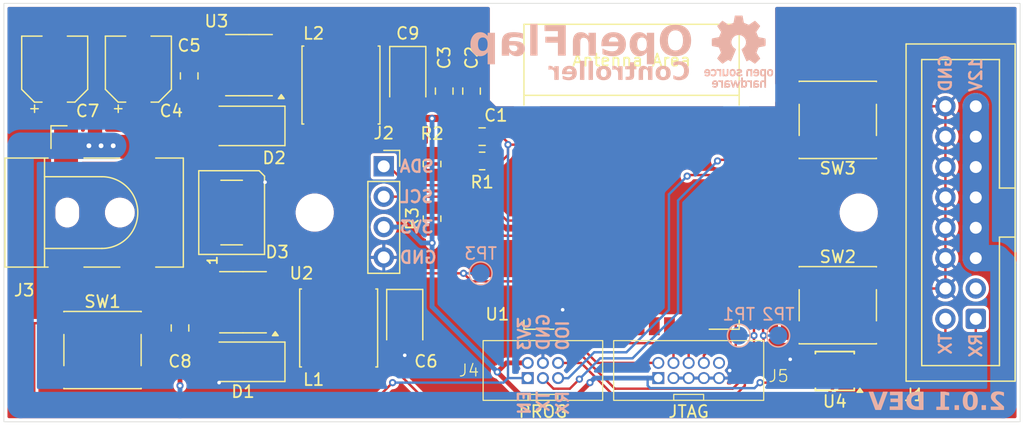
<source format=kicad_pcb>
(kicad_pcb (version 20240108) (generator "pcbnew") (generator_version "8.0")
  (title_block (title "Controller") (date "${DATE}") (rev "2.0.1 DEV") (company "OpenFlap") (comment 1 "${GIT_TAG}") (comment 2 "Repo: github.com/ToonVanEyck/OpenFlap") (comment 3 "Designer: Toon Van Eyck"))
  (layers (0 "F.Cu" signal) (31 "B.Cu" signal) (34 "B.Paste" user) (35 "F.Paste" user) (36 "B.SilkS" user "B.Silkscreen") (37 "F.SilkS" user "F.Silkscreen") (38 "B.Mask" user) (39 "F.Mask" user) (44 "Edge.Cuts" user))
  (net 0 "")
  (net 1 "/EN")
  (net 2 "GND")
  (net 3 "+3V3")
  (net 4 "+12V")
  (net 5 "+5V")
  (net 6 "Net-(D1-K)")
  (net 7 "Net-(D2-K)")
  (net 8 "/UART1_RX")
  (net 10 "/UART1_TX")
  (net 12 "/IO0")
  (net 13 "/UART0_RX")
  (net 14 "/UART0_TX")
  (net 16 "/TCK")
  (net 17 "/TDO")
  (net 18 "/TDI")
  (net 19 "/TMS")
  (net 20 "/SCL")
  (net 21 "/WLED")
  (net 22 "/SDA")
  (net 24 "/UART1_RX_M")
  (net 25 "/UART1_TX_M")
  (net 26 "/BTN1")
  (net 27 "/BTN2")
  (footprint "Capacitor_SMD:CP_Elec_5x5.4" (layer "F.Cu") (at 85.84 86.35 90)
    (property "Reference" "C4")
    (property "Value" "22uF")
  )
  (footprint "Capacitor_SMD:C_0805_2012Metric" (layer "F.Cu") (at 89.322 108.002 90)
    (property "Reference" "C8")
    (property "Value" "100nF")
  )
  (footprint "BoxHeader:2x05 Box Header 1.27" (layer "F.Cu") (at 131.867 111.558 90)
    (property "Reference" "J5")
    (property "Value" "JTAG")
  )
  (footprint "Diode_SMD:D_SMA" (layer "F.Cu") (at 94.59 91.1 180)
    (property "Reference" "D2")
    (property "Value" "SS210")
  )
  (footprint "Capacitor_SMD:C_0805_2012Metric" (layer "F.Cu") (at 113.706 88.19 90)
    (property "Reference" "C2")
    (property "Value" "10uF")
  )
  (footprint "Package_SO:SOIC-8_3.9x4.9mm_P1.27mm" (layer "F.Cu") (at 95.09 86.02 180)
    (property "Reference" "U3")
    (property "Value" "XL1509-3.3")
  )
  (footprint "Resistor_SMD:R_0805_2012Metric" (layer "F.Cu") (at 110.404 94.286 -90)
    (property "Reference" "R2")
    (property "Value" "10K")
  )
  (footprint "Button_Switch_SMD:SW_SPST_PTS645" (layer "F.Cu") (at 144.34 90.6 180)
    (property "Reference" "SW3")
    (property "Value" "BTN1")
  )
  (footprint "LED_SMD:LED_WS2812B_PLCC4_5.0x5.0mm_P3.2mm" (layer "F.Cu") (at 93.64 98.35 90)
    (property "Reference" "D3")
    (property "Value" "WS2812B")
  )
  (footprint "Package_SO:SOIC-8_3.9x4.9mm_P1.27mm" (layer "F.Cu") (at 94.59 105.85 180)
    (property "Reference" "U2")
    (property "Value" "XL1509-5.0")
  )
  (footprint "MountingHole:MountingHole_2.7mm_M2.5" (layer "F.Cu") (at 100.59 98.35)
    (property "Reference" "H1" (hide yes))
    (property "Value" "MountingHole")
  )
  (footprint "Capacitor_SMD:CP_Elec_5x5.4" (layer "F.Cu") (at 78.84 86.35 90)
    (property "Reference" "C7")
    (property "Value" "22uF")
  )
  (footprint "MountingHole:MountingHole_2.7mm_M2.5" (layer "F.Cu") (at 146.09 98.35)
    (property "Reference" "H2" (hide yes))
    (property "Value" "MountingHole")
  )
  (footprint "Resistor_SMD:R_0805_2012Metric" (layer "F.Cu") (at 110.404 98.858 90)
    (property "Reference" "R3")
    (property "Value" "10K")
  )
  (footprint "Connector_BarrelJack:BarrelJack_CLIFF_FC681465S_SMT_Horizontal" (layer "F.Cu") (at 82.79 98.35)
    (property "Reference" "J3")
    (property "Value" "Barrel_Jack_Switch")
  )
  (footprint "Capacitor_Tantalum_SMD:CP_EIA-3528-21_Kemet-B" (layer "F.Cu") (at 108.118 107.24 -90)
    (property "Reference" "C6")
    (property "Value" "100uF")
  )
  (footprint "Button_Switch_SMD:SW_SPST_PTS645" (layer "F.Cu") (at 82.84 109.85)
    (property "Reference" "SW1")
    (property "Value" "RESET")
  )
  (footprint "Capacitor_SMD:C_0805_2012Metric" (layer "F.Cu") (at 90.09 86.92 90)
    (property "Reference" "C5")
    (property "Value" "100nF")
  )
  (footprint "Inductor_SMD:L_Sunlord_SWPA6045S" (layer "F.Cu") (at 102.784 87.682 90)
    (property "Reference" "L2")
    (property "Value" "47uH")
  )
  (footprint "Button_Switch_SMD:SW_SPST_PTS645" (layer "F.Cu") (at 144.34 106.1)
    (property "Reference" "SW2")
    (property "Value" "BTN1")
  )
  (footprint "Capacitor_SMD:C_0805_2012Metric" (layer "F.Cu") (at 114.59 92)
    (property "Reference" "C1")
    (property "Value" "100nF")
  )
  (footprint "Connector_PinSocket_2.54mm:PinSocket_1x04_P2.54mm_Vertical" (layer "F.Cu") (at 106.365 94.48)
    (property "Reference" "J2")
    (property "Value" "Display")
  )
  (footprint "Connector_IDC:IDC-Header_2x08_P2.54mm_Vertical" (layer "F.Cu") (at 155.88 107.24 180)
    (property "Reference" "J1")
    (property "Value" "To Display")
  )
  (footprint "Package_SO:TSSOP-8_3x3mm_P0.65mm" (layer "F.Cu") (at 144.09 111.6 180)
    (property "Reference" "U4")
    (property "Value" "RS0102YH8")
  )
  (footprint "BoxHeader:2x03 Box Header 1.27" (layer "F.Cu") (at 119.675 111.558 90)
    (property "Reference" "J4")
    (property "Value" "Program")
  )
  (footprint "Capacitor_SMD:C_0805_2012Metric" (layer "F.Cu") (at 111.42 88.19 90)
    (property "Reference" "C3")
    (property "Value" "100nF")
  )
  (footprint "Resistor_SMD:R_0805_2012Metric" (layer "F.Cu") (at 114.59 94.032 180)
    (property "Reference" "R1")
    (property "Value" "10K")
  )
  (footprint "PCM_Espressif:ESP32-WROOM-32E" (layer "F.Cu") (at 127.09 97.105)
    (property "Reference" "U1")
    (property "Value" "ESP32-WROOM-E")
  )
  (footprint "Diode_SMD:D_SMA" (layer "F.Cu") (at 94.59 110.83 180)
    (property "Reference" "D1")
    (property "Value" "SS210")
  )
  (footprint "Inductor_SMD:L_Sunlord_SWPA6045S" (layer "F.Cu") (at 102.59 108.002 90)
    (property "Reference" "L1")
    (property "Value" "68uH")
  )
  (footprint "Capacitor_Tantalum_SMD:CP_EIA-3528-21_Kemet-B" (layer "F.Cu") (at 108.372 86.92 -90)
    (property "Reference" "C9")
    (property "Value" "100uF")
  )
  (footprint "TestPoint:TestPoint_Pad_D1.5mm" (layer "B.Cu") (at 114.468 103.43 180)
    (property "Reference" "TP3")
    (property "Value" "~")
  )
  (footprint "TestPoint:TestPoint_Pad_D1.5mm" (layer "B.Cu") (at 139.36 108.637 180)
    (property "Reference" "TP2")
    (property "Value" "~")
  )
  (footprint "TestPoint:TestPoint_Pad_D1.5mm" (layer "B.Cu") (at 136.058 108.637 180)
    (property "Reference" "TP1")
    (property "Value" "~")
  )
  (footprint "Symbol:OSHW-Logo_5.7x6mm_SilkScreen" (layer "B.Cu") (at 136.058 84.888 180)
    (property "Reference" "OSHW_LOGO_1" (hide yes))
    (property "Value" "OSHW-Logo_5.7x6mm_SilkScreen" (hide yes))
  )
  (gr_rect (start 74.59 80.85) (end 159.59 115.85) (stroke (width 0.05)) (fill none) (layer "Edge.Cuts"))
  (gr_text "EN" (at 118.1304 113.15 90) (layer "B.SilkS") (effects (font (size 1 1) (thickness 0.2) (bold yes)) (justify left mirror)))
  (gr_text "GND" (at 153.34 88.35 90) (layer "B.SilkS") (effects (font (size 1 1) (thickness 0.2) (bold yes)) (justify right mirror)))
  (gr_text "SDA" (at 107.59 94.48 0) (layer "B.SilkS") (effects (font (size 1 1) (thickness 0.2) (bold yes)) (justify right mirror)))
  (gr_text "${COMPANY}" (at 132.248 85.65 0) (layer "B.SilkS") (effects (font (size 2.5 2.5) (thickness 0.3) (bold yes)) (justify left bottom mirror)))
  (gr_text "SCL" (at 107.59 97.02 0) (layer "B.SilkS") (effects (font (size 1 1) (thickness 0.2) (bold yes)) (justify right mirror)))
  (gr_text "${TITLE}\n" (at 131.994 87.507061 0) (layer "B.SilkS") (effects (font (size 1.5 1.5) (thickness 0.3) (bold yes)) (justify left bottom mirror)))
  (gr_text "3V3" (at 118.1304 110 90) (layer "B.SilkS") (effects (font (size 1 1) (thickness 0.2) (bold yes)) (justify right mirror)))
  (gr_text "GND" (at 119.7004 110 90) (layer "B.SilkS") (effects (font (size 1 1) (thickness 0.2) (bold yes)) (justify right mirror)))
  (gr_text "RX" (at 155.88 108.35 90) (layer "B.SilkS") (effects (font (size 1 1) (thickness 0.2) (bold yes)) (justify left mirror)))
  (gr_text "12V" (at 155.88 88.35 90) (layer "B.SilkS") (effects (font (size 1 1) (thickness 0.2) (bold yes)) (justify right mirror)))
  (gr_text "IO0" (at 121.3212 110 90) (layer "B.SilkS") (effects (font (size 1 1) (thickness 0.2) (bold yes)) (justify right mirror)))
  (gr_text "3V3" (at 107.59 99.56 0) (layer "B.SilkS") (effects (font (size 1 1) (thickness 0.2) (bold yes)) (justify right mirror)))
  (gr_text "GND" (at 107.59 102.1 0) (layer "B.SilkS") (effects (font (size 1 1) (thickness 0.2) (bold yes)) (justify right mirror)))
  (gr_text "${REVISION}" (at 158.41 115.114 0) (layer "B.SilkS") (effects (font (size 1.5 1.5) (thickness 0.2) (bold yes)) (justify left bottom mirror)))
  (gr_text "TX" (at 153.34 108.35 90) (layer "B.SilkS") (effects (font (size 1 1) (thickness 0.2) (bold yes)) (justify left mirror)))
  (gr_text "TX" (at 119.7004 113.15 90) (layer "B.SilkS") (effects (font (size 1 1) (thickness 0.2) (bold yes)) (justify left mirror)))
  (gr_text "RX" (at 121.3212 113.15 90) (layer "B.SilkS") (effects (font (size 1 1) (thickness 0.2) (bold yes)) (justify left mirror)))
  (gr_text "JTAG" (at 131.867 115 0) (layer "F.SilkS") (effects (font (size 1 1) (thickness 0.15) (bold yes))))
  (gr_text "PROG" (at 119.675 115 0) (layer "F.SilkS") (effects (font (size 1 1) (thickness 0.15) (bold yes))))
  (segment (start 78.865 107.6) (end 77.13 107.6) (width 0.2) (layer "F.Cu") (net 1))
  (segment (start 116.846 92.67) (end 116.754 92.762) (width 0.2) (layer "F.Cu") (net 1))
  (segment (start 118.34 92.67) (end 116.846 92.67) (width 0.2) (layer "F.Cu") (net 1))
  (segment (start 116.246 92) (end 116.754 92.508) (width 0.2) (layer "F.Cu") (net 1))
  (segment (start 77.13 107.6) (end 77.13 113.59) (width 0.2) (layer "F.Cu") (net 1))
  (segment (start 86.815 107.6) (end 86.782 107.633) (width 0.2) (layer "F.Cu") (net 1))
  (segment (start 116.754 92.762) (end 116.754 93.524) (width 0.2) (layer "F.Cu") (net 1))
  (segment (start 94.91 114.098) (end 105.578 114.098) (width 0.2) (layer "F.Cu") (net 1))
  (segment (start 116.754 92.667137) (end 116.754 92.762) (width 0.2) (layer "F.Cu") (net 1))
  (segment (start 116.754 92.508) (end 116.754 92.667137) (width 0.2) (layer "F.Cu") (net 1))
  (segment (start 116.754 93.524) (end 116.246 94.032) (width 0.2) (layer "F.Cu") (net 1))
  (segment (start 77.638 114.098) (end 94.91 114.098) (width 0.2) (layer "F.Cu") (net 1))
  (segment (start 77.13 113.59) (end 77.638 114.098) (width 0.2) (layer "F.Cu") (net 1))
  (segment (start 115.54 92) (end 116.246 92) (width 0.2) (layer "F.Cu") (net 1))
  (segment (start 116.246 94.032) (end 115.5025 94.032) (width 0.2) (layer "F.Cu") (net 1))
  (segment (start 86.815 107.6) (end 78.865 107.6) (width 0.2) (layer "F.Cu") (net 1))
  (segment (start 105.578 114.098) (end 107.102 112.574) (width 0.2) (layer "F.Cu") (net 1))
  (via (at 107.102 112.574) (size 0.6) (drill 0.3) (layers "F.Cu" "B.Cu") (net 1))
  (via (at 116.754 92.667137) (size 0.6) (drill 0.3) (layers "F.Cu" "B.Cu") (net 1))
  (segment (start 116.754 92.667137) (end 116.754 112.2) (width 0.2) (layer "B.Cu") (net 1))
  (segment (start 116.761 112.193) (end 116.754 112.2) (width 0.2) (layer "B.Cu") (net 1))
  (segment (start 118.34 112.128) (end 118.278 112.066) (width 0.2) (layer "B.Cu") (net 1))
  (segment (start 116.38 112.574) (end 107.102 112.574) (width 0.2) (layer "B.Cu") (net 1))
  (segment (start 118.34 112.2) (end 118.34 112.128) (width 0.2) (layer "B.Cu") (net 1))
  (segment (start 118.405 112.193) (end 116.761 112.193) (width 0.2) (layer "B.Cu") (net 1))
  (segment (start 116.754 112.2) (end 116.38 112.574) (width 0.2) (layer "B.Cu") (net 1))
  (segment (start 85.875 84.115) (end 85.84 84.15) (width 0.2) (layer "F.Cu") (net 2))
  (segment (start 90.09 85.97) (end 90.09 84.121) (width 0.2) (layer "F.Cu") (net 2))
  (segment (start 108.372 87.428) (end 108.56 87.24) (width 0.2) (layer "F.Cu") (net 2))
  (segment (start 114.976 89.079) (end 114.976 87.428) (width 0.2) (layer "F.Cu") (net 2))
  (segment (start 91.093 106.485) (end 90.526 107.052) (width 0.2) (layer "F.Cu") (net 2))
  (segment (start 124.19 90.13) (end 116.027 90.13) (width 0.2) (layer "F.Cu") (net 2))
  (segment (start 90.084 84.115) (end 85.875 84.115) (width 0.2) (layer "F.Cu") (net 2))
  (segment (start 153.34 92) (end 153.34 94.54) (width 0.2) (layer "F.Cu") (net 2))
  (segment (start 86.815 112.1) (end 86.815 109.949256) (width 0.2) (layer "F.Cu") (net 2))
  (segment (start 86.815 109.949256) (end 88.762256 108.002) (width 0.2) (layer "F.Cu") (net 2))
  (segment (start 96.344 95.9) (end 96.434 95.81) (width 0.2) (layer "F.Cu") (net 2))
  (segment (start 124.19 103.614) (end 121.326 106.478) (width 0.2) (layer "F.Cu") (net 2))
  (segment (start 153.34 97.08) (end 153.34 99.62) (width 0.2) (layer "F.Cu") (net 2))
  (segment (start 139.96 90.13) (end 135.84 90.13) (width 0.2) (layer "F.Cu") (net 2))
  (segment (start 130.597 112.193) (end 131.867 112.193) (width 0.2) (layer "F.Cu") (net 2))
  (segment (start 92.615 84.115) (end 90.084 84.115) (width 0.2) (layer "F.Cu") (net 2))
  (segment (start 134.407 112.193) (end 135.296 112.193) (width 0.2) (layer "F.Cu") (net 2))
  (segment (start 151.204 108.35) (end 148.065 108.35) (width 0.2) (layer "F.Cu") (net 2))
  (segment (start 90.592 94.794) (end 91.608 93.778) (width 0.2) (layer "F.Cu") (net 2))
  (segment (start 135.296 112.193) (end 135.296 111.558) (width 0.2) (layer "F.Cu") (net 2))
  (segment (start 151.552 104.7) (end 151.552 108.002) (width 0.2) (layer "F.Cu") (net 2))
  (segment (start 140.36 110.304) (end 140.36 108.35) (width 0.2) (layer "F.Cu") (net 2))
  (segment (start 85.72 103.85) (end 87.71 103.85) (width 0.2) (layer "F.Cu") (net 2))
  (segment (start 92.115 105.215) (end 92.115 106.485) (width 0.2) (layer "F.Cu") (net 2))
  (segment (start 92.615 86.655) (end 92.615 85.385) (width 0.2) (layer "F.Cu") (net 2))
  (segment (start 95.29 95.9) (end 95.29 93.904) (width 0.2) (layer "F.Cu") (net 2))
  (segment (start 89.322 108.002) (end 89.322 107.052) (width 0.2) (layer "F.Cu") (net 2))
  (segment (start 149.934 88.35) (end 151.044 89.46) (width 0.2) (layer "F.Cu") (net 2))
  (segment (start 119.675 110.161) (end 118.2915 108.7775) (width 0.2) (layer "F.Cu") (net 2))
  (segment (start 86.815 113.115) (end 86.815 112.1) (width 0.2) (layer "F.Cu") (net 2))
  (segment (start 119.675 110.923) (end 119.675 110.161) (width 0.2) (layer "F.Cu") (net 2))
  (segment (start 95.29 93.904) (end 95.164 93.778) (width 0.2) (layer "F.Cu") (net 2))
  (segment (start 140.36 89.73) (end 139.96 90.13) (width 0.2) (layer "F.Cu") (net 2))
  (segment (start 88.762256 108.002) (end 89.322 108.002) (width 0.2) (layer "F.Cu") (net 2))
  (segment (start 92.59 110.83) (end 92.59 112.574) (width 0.2) (layer "F.Cu") (net 2))
  (segment (start 153.34 104.7) (end 151.552 104.7) (width 0.2) (layer "F.Cu") (net 2))
  (segment (start 140.376 110.625) (end 140.205 110.625) (width 0.2) (layer "F.Cu") (net 2))
  (segment (start 108.372 88.4575) (end 108.372 87.428) (width 0.2) (layer "F.Cu") (net 2))
  (segment (start 91.608 93.778) (end 93.132 93.778) (width 0.2) (layer "F.Cu") (net 2))
  (segment (start 124.19 99.25) (end 124.19 103.614) (width 0.2) (layer "F.Cu") (net 2))
  (segment (start 111.42 87.24) (end 113.706 87.24) (width 0.2) (layer "F.Cu") (net 2))
  (segment (start 92.115 103.945) (end 92.115 105.215) (width 0.2) (layer "F.Cu") (net 2))
  (segment (start 141.94 110.625) (end 140.36 110.625) (width 0.2) (layer "F.Cu") (net 2))
  (segment (start 108.118 108.7775) (end 118.2915 108.7775) (width 0.2) (layer "F.Cu") (net 2))
  (segment (start 78.865 112.1) (end 86.815 112.1) (width 0.2) (layer "F.Cu") (net 2))
  (segment (start 90.592 103.938) (end 90.592 94.794) (width 0.2) (layer "F.Cu") (net 2))
  (segment (start 140.36 88.35) (end 140.36 89.73) (width 0.2) (layer "F.Cu") (net 2))
  (segment (start 93.132 93.778) (end 92.624 93.778) (width 0.2) (layer "F.Cu") (net 2))
  (segment (start 92.116 113.59) (end 87.29 113.59) (width 0.2) (layer "F.Cu") (net 2))
  (segment (start 140.115 88.35) (end 148.065 88.35) (width 0.2) (layer "F.Cu") (net 2))
  (segment (start 153.34 102.16) (end 153.34 99.62) (width 0.2) (layer "F.Cu") (net 2))
  (segment (start 90.599 103.945) (end 90.592 103.938) (width 0.2) (layer "F.Cu") (net 2))
  (segment (start 89.322 105.462) (end 89.322 107.052) (width 0.2) (layer "F.Cu") (net 2))
  (segment (start 92.59 112.574) (end 92.59 113.116) (width 0.2) (layer "F.Cu") (net 2))
  (segment (start 92.615 87.925) (end 92.615 86.655) (width 0.2) (layer "F.Cu") (net 2))
  (segment (start 133.137 112.193) (end 134.407 112.193) (width 0.2) (layer "F.Cu") (net 2))
  (segment (start 108.118 108.7775) (end 108.118 110.288) (width 0.2) (layer "F.Cu") (net 2))
  (segment (start 92.115 107.755) (end 92.115 106.485) (width 0.2) (layer "F.Cu") (net 2))
  (segment (start 114.788 87.24) (end 113.706 87.24) (width 0.2) (layer "F.Cu") (net 2))
  (segment (start 140.376 110.625) (end 140.36 110.304) (width 0.2) (layer "F.Cu") (net 2))
  (segment (start 90.09 84.121) (end 90.084 84.115) (width 0.2) (layer "F.Cu") (net 2))
  (segment (start 97.065 103.945) (end 92.115 103.945) (width 0.2) (layer "F.Cu") (net 2))
  (segment (start 153.34 94.54) (end 153.34 97.08) (width 0.2) (layer "F.Cu") (net 2))
  (segment (start 119.675 110.865) (end 119.61 110.93) (width 0.2) (layer "F.Cu") (net 2))
  (segment (start 121.326 106.478) (end 121.326 107.836) (width 0.2) (layer "F.Cu") (net 2))
  (segment (start 148.065 88.35) (end 149.934 88.35) (width 0.2) (layer "F.Cu") (net 2))
  (segment (start 116.027 90.13) (end 114.976 89.079) (width 0.2) (layer "F.Cu") (net 2))
  (segment (start 121.326 107.836) (end 121.38 107.89) (width 0.2) (layer "F.Cu") (net 2))
  (segment (start 90.526 107.052) (end 89.322 107.052) (width 0.2) (layer "F.Cu") (net 2))
  (segment (start 87.29 113.59) (end 86.815 113.115) (width 0.2) (layer "F.Cu") (net 2))
  (segment (start 131.867 112.193) (end 133.137 112.193) (width 0.2) (layer "F.Cu") (net 2))
  (segment (start 92.115 103.945) (end 90.599 103.945) (width 0.2) (layer "F.Cu") (net 2))
  (segment (start 153.34 102.16) (end 153.34 104.7) (width 0.2) (layer "F.Cu") (net 2))
  (segment (start 95.29 95.9) (end 96.344 95.9) (width 0.2) (layer "F.Cu") (net 2))
  (segment (start 108.56 87.24) (end 111.42 87.24) (width 0.2) (layer "F.Cu") (net 2))
  (segment (start 135.84 90.13) (end 124.19 90.13) (width 0.2) (layer "F.Cu") (net 2))
  (segment (start 114.976 87.428) (end 114.788 87.24) (width 0.2) (layer "F.Cu") (net 2))
  (segment (start 124.19 90.13) (end 124.19 96.45) (width 0.2) (layer "F.Cu") (net 2))
  (segment (start 92.624 93.778) (end 92.59 93.744) (width 0.2) (layer "F.Cu") (net 2))
  (segment (start 78.84 84.15) (end 85.84 84.15) (width 0.2) (layer "F.Cu") (net 2))
  (segment (start 87.71 103.85) (end 89.322 105.462) (width 0.2) (layer "F.Cu") (net 2))
  (segment (start 92.59 93.744) (end 92.59 91.1) (width 0.2) (layer "F.Cu") (net 2))
  (segment (start 151.044 89.46) (end 153.34 89.46) (width 0.2) (layer "F.Cu") (net 2))
  (segment (start 92.615 85.385) (end 92.615 84.115) (width 0.2) (layer "F.Cu") (net 2))
  (segment (start 92.59 113.116) (end 92.116 113.59) (width 0.2) (layer "F.Cu") (net 2))
  (segment (start 151.552 108.002) (end 151.204 108.35) (width 0.2) (layer "F.Cu") (net 2))
  (segment (start 95.164 93.778) (end 93.132 93.778) (width 0.2) (layer "F.Cu") (net 2))
  (segment (start 97.565 84.115) (end 92.615 84.115) (width 0.2) (layer "F.Cu") (net 2))
  (segment (start 140.115 108.35) (end 148.065 108.35) (width 0.2) (layer "F.Cu") (net 2))
  (segment (start 92.115 106.485) (end 91.093 106.485) (width 0.2) (layer "F.Cu") (net 2))
  (segment (start 153.34 89.46) (end 153.34 92) (width 0.2) (layer "F.Cu") (net 2))
  (via (at 140.36 110.625) (size 0.6) (drill 0.3) (layers "F.Cu" "B.Cu") (net 2))
  (via (at 108.118 110.288) (size 0.6) (drill 0.3) (layers "F.Cu" "B.Cu") (net 2))
  (via (at 121.326 106.478) (size 0.6) (drill 0.3) (layers "F.Cu" "B.Cu") (net 2))
  (via (at 96.434 95.81) (size 0.6) (drill 0.3) (layers "F.Cu" "B.Cu") (net 2))
  (via (at 92.59 112.574) (size 0.6) (drill 0.3) (layers "F.Cu" "B.Cu") (net 2))
  (via (at 135.296 111.558) (size 0.6) (drill 0.3) (layers "F.Cu" "B.Cu") (net 2))
  (segment (start 135.721 110.625) (end 135.296 111.05) (width 0.2) (layer "B.Cu") (net 2))
  (segment (start 105.832 112.574) (end 92.59 112.574) (width 0.2) (layer "B.Cu") (net 2))
  (segment (start 108.058 102.1) (end 106.365 102.1) (width 0.2) (layer "B.Cu") (net 2))
  (segment (start 119.61 110.93) (end 119.675 110.865) (width 0.2) (layer "B.Cu") (net 2))
  (segment (start 119.675 108.129) (end 121.326 106.478) (width 0.2) (layer "B.Cu") (net 2))
  (segment (start 135.296 111.05) (end 135.296 111.558) (width 0.2) (layer "B.Cu") (net 2))
  (segment (start 108.118 110.288) (end 108.118 102.16) (width 0.2) (layer "B.Cu") (net 2))
  (segment (start 108.118 102.16) (end 108.058 102.1) (width 0.2) (layer "B.Cu") (net 2))
  (segment (start 140.36 110.625) (end 135.721 110.625) (width 0.2) (layer "B.Cu") (net 2))
  (segment (start 108.118 110.288) (end 105.832 112.574) (width 0.2) (layer "B.Cu") (net 2))
  (segment (start 119.675 110.923) (end 119.675 108.129) (width 0.2) (layer "B.Cu") (net 2))
  (segment (start 115.865 111.685) (end 117.77 113.59) (width 0.4) (layer "F.Cu") (net 3))
  (segment (start 97.565 85.385) (end 102.483 85.385) (width 0.2) (layer "F.Cu") (net 3))
  (segment (start 115.738 90.476) (end 116.662 91.4) (width 0.3) (layer "F.Cu") (net 3))
  (segment (start 122.596 113.59) (end 123.612 112.574) (width 0.4) (layer "F.Cu") (net 3))
  (segment (start 111.928 93.524) (end 111.928 90.476) (width 0.2) (layer "F.Cu") (net 3))
  (segment (start 106.34 89.338588) (end 107.477412 90.476) (width 0.6) (layer "F.Cu") (net 3))
  (segment (start 111.42 90.476) (end 111.928 90.476) (width 0.6) (layer "F.Cu") (net 3))
  (segment (start 102.483 85.385) (end 102.53 85.432) (width 0.2) (layer "F.Cu") (net 3))
  (segment (start 142.915 112.575) (end 141.94 112.575) (width 0.2) (layer "F.Cu") (net 3))
  (segment (start 110.404 99.7705) (end 110.404 100.89) (width 0.2) (layer "F.Cu") (net 3))
  (segment (start 141.94 112.575) (end 137.837 112.575) (width 0.2) (layer "F.Cu") (net 3))
  (segment (start 106.34 85.432) (end 106.34 89.338588) (width 0.6) (layer "F.Cu") (net 3))
  (segment (start 117.77 113.59) (end 122.596 113.59) (width 0.4) (layer "F.Cu") (net 3))
  (segment (start 102.53 85.432) (end 102.53 86.1) (width 0.2) (layer "F.Cu") (net 3))
  (segment (start 107.8145 85.432) (end 107.864 85.3825) (width 0.2) (layer "F.Cu") (net 3))
  (segment (start 116.627 110.923) (end 118.405 110.923) (width 0.4) (layer "F.Cu") (net 3))
  (segment (start 111.928 90.476) (end 113.706 90.476) (width 0.6) (layer "F.Cu") (net 3))
  (segment (start 146.24 110.625) (end 144.865 110.625) (width 0.2) (layer "F.Cu") (net 3))
  (segment (start 137.837 112.575) (end 137.836 112.574) (width 0.2) (layer "F.Cu") (net 3))
  (segment (start 106.086 85.432) (end 107.8145 85.432) (width 0.6) (layer "F.Cu") (net 3))
  (segment (start 113.706 89.14) (end 113.706 90.476) (width 0.2) (layer "F.Cu") (net 3))
  (segment (start 102.784 85.432) (end 106.086 85.432) (width 0.6) (layer "F.Cu") (net 3))
  (segment (start 144.865 110.625) (end 142.915 112.575) (width 0.2) (layer "F.Cu") (net 3))
  (segment (start 107.477412 90.476) (end 110.404 90.476) (width 0.6) (layer "F.Cu") (net 3))
  (segment (start 112.436 94.032) (end 111.928 93.524) (width 0.2) (layer "F.Cu") (net 3))
  (segment (start 110.404 93.3735) (end 110.404 90.476) (width 0.2) (layer "F.Cu") (net 3))
  (segment (start 110.404 90.476) (end 111.42 90.476) (width 0.6) (layer "F.Cu") (net 3))
  (segment (start 111.42 89.14) (end 111.42 90.476) (width 0.2) (layer "F.Cu") (net 3))
  (segment (start 116.662 91.4) (end 118.34 91.4) (width 0.3) (layer "F.Cu") (net 3))
  (segment (start 113.6775 94.032) (end 112.436 94.032) (width 0.2) (layer "F.Cu") (net 3))
  (segment (start 113.706 90.476) (end 115.738 90.476) (width 0.3) (layer "F.Cu") (net 3))
  (segment (start 106.086 85.432) (end 106.34 85.432) (width 0.6) (layer "F.Cu") (net 3))
  (segment (start 115.865 111.685) (end 116.627 110.923) (width 0.4) (layer "F.Cu") (net 3))
  (via (at 123.612 112.574) (size 0.6) (drill 0.3) (layers "F.Cu" "B.Cu") (net 3))
  (via (at 137.836 112.574) (size 0.6) (drill 0.3) (layers "F.Cu" "B.Cu") (net 3))
  (via (at 115.865 111.685) (size 0.6) (drill 0.3) (layers "F.Cu" "B.Cu") (net 3))
  (via (at 110.404 90.476) (size 0.6) (drill 0.3) (layers "F.Cu" "B.Cu") (net 3))
  (via (at 110.404 100.89) (size 0.6) (drill 0.3) (layers "F.Cu" "B.Cu") (net 3))
  (segment (start 137.375 113.035) (end 128.645 113.035) (width 0.2) (layer "B.Cu") (net 3))
  (segment (start 108.185 99.56) (end 109.515 100.89) (width 0.4) (layer "B.Cu") (net 3))
  (segment (start 128.436297 112.193) (end 129.327 112.193) (width 0.4) (layer "B.Cu") (net 3))
  (segment (start 128.645 113.035) (end 128.436297 112.826297) (width 0.2) (layer "B.Cu") (net 3))
  (segment (start 110.404 100.89) (end 110.404 90.476) (width 0.4) (layer "B.Cu") (net 3))
  (segment (start 128.436297 112.826297) (end 128.436297 112.193) (width 0.2) (layer "B.Cu") (net 3))
  (segment (start 106.365 99.56) (end 108.185 99.56) (width 0.4) (layer "B.Cu") (net 3))
  (segment (start 109.515 100.89) (end 110.404 100.89) (width 0.4) (layer "B.Cu") (net 3))
  (segment (start 115.865 111.685) (end 110.404 106.224) (width 0.4) (layer "B.Cu") (net 3))
  (segment (start 110.404 106.224) (end 110.404 100.89) (width 0.4) (layer "B.Cu") (net 3))
  (segment (start 137.836 112.574) (end 137.375 113.035) (width 0.2) (layer "B.Cu") (net 3))
  (segment (start 123.993 112.193) (end 128.436297 112.193) (width 0.4) (layer "B.Cu") (net 3))
  (segment (start 123.612 112.574) (end 123.993 112.193) (width 0.4) (layer "B.Cu") (net 3))
  (segment (start 89.322 110.034) (end 89.322 112.828) (width 0.4) (layer "F.Cu") (net 4))
  (segment (start 78.84 88.55) (end 82.21 88.55) (width 0.8) (layer "F.Cu") (net 4))
  (segment (start 95.926 88.19) (end 94.91 89.206) (width 0.6) (layer "F.Cu") (net 4))
  (segment (start 96.191 87.925) (end 95.926 88.19) (width 0.6) (layer "F.Cu") (net 4))
  (segment (start 89.83 89.206) (end 88.306 89.206) (width 0.6) (layer "F.Cu") (net 4))
  (segment (start 79.72 92.85) (end 82.21 92.85) (width 2) (layer "F.Cu") (net 4))
  (segment (start 87.65 88.55) (end 87.798 88.698) (width 0.6) (layer "F.Cu") (net 4))
  (segment (start 82.21 88.55) (end 82.21 92.85) (width 1.2) (layer "F.Cu") (net 4))
  (segment (start 90.09 87.87) (end 90.09 88.946) (width 0.4) (layer "F.Cu") (net 4))
  (segment (start 82.21 88.55) (end 85.84 88.55) (width 0.8) (layer "F.Cu") (net 4))
  (segment (start 89.322 108.952) (end 89.322 110.034) (width 0.4) (layer "F.Cu") (net 4))
  (segment (start 90.09 88.946) (end 89.83 89.206) (width 0.2) (layer "F.Cu") (net 4))
  (segment (start 95.157 107.755) (end 93.894 109.018) (width 0.6) (layer "F.Cu") (net 4))
  (segment (start 88.306 89.206) (end 87.798 88.698) (width 0.6) (layer "F.Cu") (net 4))
  (segment (start 92.878 89.206) (end 89.83 89.206) (width 0.6) (layer "F.Cu") (net 4))
  (segment (start 94.91 89.206) (end 92.878 89.206) (width 0.6) (layer "F.Cu") (net 4))
  (segment (start 85.84 88.55) (end 87.65 88.55) (width 0.6) (layer "F.Cu") (net 4))
  (segment (start 82.21 92.85) (end 85.72 92.85) (width 2) (layer "F.Cu") (net 4))
  (segment (start 97.065 107.755) (end 95.157 107.755) (width 0.6) (layer "F.Cu") (net 4))
  (segment (start 90.338 110.034) (end 89.322 110.034) (width 0.6) (layer "F.Cu") (net 4))
  (segment (start 91.354 109.018) (end 90.338 110.034) (width 0.6) (layer "F.Cu") (net 4))
  (segment (start 93.894 109.018) (end 91.354 109.018) (width 0.6) (layer "F.Cu") (net 4))
  (segment (start 97.565 87.925) (end 96.191 87.925) (width 0.6) (layer "F.Cu") (net 4))
  (via (at 83.734 92.762) (size 0.8) (drill 0.4) (layers "F.Cu" "B.Cu") (net 4))
  (via (at 81.702 92.762) (size 0.8) (drill 0.4) (layers "F.Cu" "B.Cu") (net 4))
  (via (at 89.322 112.828) (size 0.6) (drill 0.3) (layers "F.Cu" "B.Cu") (net 4))
  (via (at 82.718 92.762) (size 0.8) (drill 0.4) (layers "F.Cu" "B.Cu") (net 4))
  (segment (start 82.718 92.762) (end 83.734 92.762) (width 2.2) (layer "B.Cu") (net 4))
  (segment (start 155.88 89.46) (end 155.88 92) (width 2.2) (layer "B.Cu") (net 4))
  (segment (start 75.99 114.45) (end 75.99 92.762) (width 2.2) (layer "B.Cu") (net 4))
  (segment (start 158.19 102.702) (end 158.19 114.45) (width 2.2) (layer "B.Cu") (net 4))
  (segment (start 155.88 97.08) (end 155.88 99.62) (width 2.2) (layer "B.Cu") (net 4))
  (segment (start 155.88 99.62) (end 155.88 102.16) (width 2.2) (layer "B.Cu") (net 4))
  (segment (start 157.648 102.16) (end 158.19 102.702) (width 2.2) (layer "B.Cu") (net 4))
  (segment (start 158.19 114.45) (end 89.322 114.45) (width 2.2) (layer "B.Cu") (net 4))
  (segment (start 81.702 92.762) (end 82.718 92.762) (width 2.2) (layer "B.Cu") (net 4))
  (segment (start 75.99 92.762) (end 81.702 92.762) (width 2.2) (layer "B.Cu") (net 4))
  (segment (start 155.88 94.54) (end 155.88 97.08) (width 2.2) (layer "B.Cu") (net 4))
  (segment (start 89.322 112.828) (end 89.322 114.45) (width 0.4) (layer "B.Cu") (net 4))
  (segment (start 89.322 114.45) (end 75.99 114.45) (width 2.2) (layer "B.Cu") (net 4))
  (segment (start 155.88 102.16) (end 157.648 102.16) (width 2.2) (layer "B.Cu") (net 4))
  (segment (start 155.88 92) (end 155.88 94.54) (width 2.2) (layer "B.Cu") (net 4))
  (segment (start 144.439 112.575) (end 142.662 114.352) (width 0.2) (layer "F.Cu") (net 5))
  (segment (start 106.086 105.752) (end 107.9135 105.752) (width 0.6) (layer "F.Cu") (net 5))
  (segment (start 92.624 102.668) (end 98.212 102.668) (width 0.3) (layer "F.Cu") (net 5))
  (segment (start 105.578 103.938) (end 106.086 104.446) (width 0.3) (layer "F.Cu") (net 5))
  (segment (start 102.59 105.752) (end 106.086 105.752) (width 0.6) (layer "F.Cu") (net 5))
  (segment (start 98.212 102.668) (end 99.482 103.938) (width 0.3) (layer "F.Cu") (net 5))
  (segment (start 98.727 105.215) (end 99.264 105.752) (width 0.2) (layer "F.Cu") (net 5))
  (segment (start 110.15 114.352) (end 106.086 110.288) (width 0.2) (layer "F.Cu") (net 5))
  (segment (start 91.99 100.8) (end 91.99 102.034) (width 0.3) (layer "F.Cu") (net 5))
  (segment (start 107.9135 105.752) (end 108.118 105.9565) (width 0.6) (layer "F.Cu") (net 5))
  (segment (start 102.59 106.26) (end 102.59 105.752) (width 0.2) (layer "F.Cu") (net 5))
  (segment (start 106.086 110.288) (end 106.086 105.752) (width 0.2) (layer "F.Cu") (net 5))
  (segment (start 99.482 103.938) (end 105.578 103.938) (width 0.3) (layer "F.Cu") (net 5))
  (segment (start 99.264 105.752) (end 102.59 105.752) (width 0.2) (layer "F.Cu") (net 5))
  (segment (start 146.24 112.575) (end 144.439 112.575) (width 0.2) (layer "F.Cu") (net 5))
  (segment (start 106.086 104.446) (end 106.086 105.752) (width 0.3) (layer "F.Cu") (net 5))
  (segment (start 97.065 105.215) (end 98.727 105.215) (width 0.2) (layer "F.Cu") (net 5))
  (segment (start 91.99 102.034) (end 92.624 102.668) (width 0.3) (layer "F.Cu") (net 5))
  (segment (start 142.662 114.352) (end 110.15 114.352) (width 0.2) (layer "F.Cu") (net 5))
  (segment (start 98.178 110.83) (end 98.974 110.034) (width 0.6) (layer "F.Cu") (net 6))
  (segment (start 98.72 109.78) (end 98.974 110.034) (width 0.6) (layer "F.Cu") (net 6))
  (segment (start 96.59 110.83) (end 98.178 110.83) (width 0.6) (layer "F.Cu") (net 6))
  (segment (start 97.065 106.485) (end 98.2565 106.485) (width 0.6) (layer "F.Cu") (net 6))
  (segment (start 98.974 110.034) (end 99.192 110.252) (width 0.6) (layer "F.Cu") (net 6))
  (segment (start 98.2565 106.485) (end 98.72 106.9485) (width 0.6) (layer "F.Cu") (net 6))
  (segment (start 99.192 110.252) (end 102.59 110.252) (width 0.6) (layer "F.Cu") (net 6))
  (segment (start 98.72 106.9485) (end 98.72 109.78) (width 0.6) (layer "F.Cu") (net 6))
  (segment (start 97.565 86.655) (end 98.539999 86.655) (width 0.6) (layer "F.Cu") (net 7))
  (segment (start 99.228 90.476) (end 98.604 91.1) (width 0.6) (layer "F.Cu") (net 7))
  (segment (start 98.539999 86.655) (end 99.228 87.343001) (width 0.6) (layer "F.Cu") (net 7))
  (segment (start 102.494 89.968) (end 99.228 89.968) (width 0.6) (layer "F.Cu") (net 7))
  (segment (start 99.228 87.343001) (end 99.228 89.968) (width 0.6) (layer "F.Cu") (net 7))
  (segment (start 99.228 89.968) (end 99.228 90.476) (width 0.6) (layer "F.Cu") (net 7))
  (segment (start 98.604 91.1) (end 96.59 91.1) (width 0.6) (layer "F.Cu") (net 7))
  (segment (start 102.53 89.932) (end 102.494 89.968) (width 0.6) (layer "F.Cu") (net 7))
  (segment (start 136.79 104.1) (end 135.84 104.1) (width 0.2) (layer "F.Cu") (net 8))
  (segment (start 137.328 108.637) (end 137.328 110.542) (width 0.2) (layer "F.Cu") (net 8))
  (segment (start 137.328 104.638) (end 136.79 104.1) (width 0.2) (layer "F.Cu") (net 8))
  (segment (start 138.711 111.925) (end 141.94 111.925) (width 0.2) (layer "F.Cu") (net 8))
  (segment (start 137.328 108.637) (end 137.328 104.638) (width 0.2) (layer "F.Cu") (net 8))
  (segment (start 137.328 110.542) (end 138.711 111.925) (width 0.2) (layer "F.Cu") (net 8))
  (via (at 137.328 108.637) (size 0.6) (drill 0.3) (layers "F.Cu" "B.Cu") (net 8))
  (segment (start 137.328 108.637) (end 136.058 108.637) (width 0.2) (layer "B.Cu") (net 8))
  (segment (start 138.09 108.598997) (end 138.09 104.192) (width 0.2) (layer "F.Cu") (net 10))
  (segment (start 138.128003 108.637) (end 138.09 108.598997) (width 0.2) (layer "F.Cu") (net 10))
  (segment (start 138.128003 108.637) (end 138.128003 110.580003) (width 0.2) (layer "F.Cu") (net 10))
  (segment (start 138.128003 110.580003) (end 138.823 111.275) (width 0.2) (layer "F.Cu") (net 10))
  (segment (start 138.09 104.192) (end 136.728 102.83) (width 0.2) (layer "F.Cu") (net 10))
  (segment (start 138.823 111.275) (end 141.94 111.275) (width 0.2) (layer "F.Cu") (net 10))
  (segment (start 136.728 102.83) (end 135.84 102.83) (width 0.2) (layer "F.Cu") (net 10))
  (via (at 138.128003 108.637) (size 0.6) (drill 0.3) (layers "F.Cu" "B.Cu") (net 10))
  (segment (start 138.128003 108.637) (end 139.36 108.637) (width 0.2) (layer "B.Cu") (net 10))
  (segment (start 135.912 113.482) (end 136.566 112.828) (width 0.2) (layer "F.Cu") (net 12))
  (segment (start 125.420628 113.482) (end 135.912 113.482) (width 0.2) (layer "F.Cu") (net 12))
  (segment (start 135.804 106.676) (end 135.84 106.64) (width 0.2) (layer "F.Cu") (net 12))
  (segment (start 122.868628 110.93) (end 125.420628 113.482) (width 0.2) (layer "F.Cu") (net 12))
  (segment (start 136.566 110.542) (end 135.804 109.78) (width 0.2) (layer "F.Cu") (net 12))
  (segment (start 135.804 109.78) (end 135.804 106.676) (width 0.2) (layer "F.Cu") (net 12))
  (segment (start 120.88 110.93) (end 122.868628 110.93) (width 0.2) (layer "F.Cu") (net 12))
  (segment (start 136.566 112.828) (end 136.566 110.542) (width 0.2) (layer "F.Cu") (net 12))
  (segment (start 135.84 95.21) (end 131.832 95.21) (width 0.2) (layer "F.Cu") (net 13))
  (segment (start 131.832 95.21) (end 131.74 95.302) (width 0.2) (layer "F.Cu") (net 13))
  (via (at 131.74 95.302) (size 0.6) (drill 0.3) (layers "F.Cu" "B.Cu") (net 13))
  (segment (start 130.216 96.826) (end 130.216 106.478) (width 0.2) (layer "B.Cu") (net 13))
  (segment (start 130.216 106.478) (end 126.66 110.034) (width 0.2) (layer "B.Cu") (net 13))
  (segment (start 126.66 110.034) (end 123.964 110.034) (width 0.2) (layer "B.Cu") (net 13))
  (segment (start 123.964 110.034) (end 121.798 112.2) (width 0.2) (layer "B.Cu") (net 13))
  (segment (start 121.798 112.2) (end 120.88 112.2) (width 0.2) (layer "B.Cu") (net 13))
  (segment (start 131.74 95.302) (end 130.216 96.826) (width 0.2) (layer "B.Cu") (net 13))
  (segment (start 119.675 112.193) (end 120.564 113.082) (width 0.2) (layer "F.Cu") (net 14))
  (segment (start 134.28 94.032) (end 134.372 93.94) (width 0.2) (layer "F.Cu") (net 14))
  (segment (start 120.564 113.082) (end 120.945 113.082) (width 0.2) (layer "F.Cu") (net 14))
  (segment (start 121.926 113.082) (end 120.945 113.082) (width 0.2) (layer "F.Cu") (net 14))
  (segment (start 134.372 93.94) (end 135.84 93.94) (width 0.2) (layer "F.Cu") (net 14))
  (segment (start 122.725735 112.282265) (end 121.926 113.082) (width 0.2) (layer "F.Cu") (net 14))
  (via (at 134.28 94.032) (size 0.6) (drill 0.3) (layers "F.Cu" "B.Cu") (net 14))
  (via (at 122.725735 112.282265) (size 0.6) (drill 0.3) (layers "F.Cu" "B.Cu") (net 14))
  (segment (start 122.725735 112.282265) (end 124.466 110.542) (width 0.2) (layer "B.Cu") (net 14))
  (segment (start 130.978 106.732) (end 130.978 97.334) (width 0.2) (layer "B.Cu") (net 14))
  (segment (start 130.978 97.334) (end 134.28 94.032) (width 0.2) (layer "B.Cu") (net 14))
  (segment (start 127.168 110.542) (end 130.978 106.732) (width 0.2) (layer "B.Cu") (net 14))
  (segment (start 124.466 110.542) (end 127.168 110.542) (width 0.2) (layer "B.Cu") (net 14))
  (segment (start 130.597 110.923) (end 130.597 109.907) (width 0.2) (layer "F.Cu") (net 16))
  (segment (start 130.597 109.907) (end 129.962 109.272) (width 0.2) (layer "F.Cu") (net 16))
  (segment (start 122.65 108.7164) (end 122.65 107.89) (width 0.2) (layer "F.Cu") (net 16))
  (segment (start 130.597 110.938) (end 130.57 110.965) (width 0.2) (layer "F.Cu") (net 16))
  (segment (start 129.962 109.272) (end 123.2056 109.272) (width 0.2) (layer "F.Cu") (net 16))
  (segment (start 123.2056 109.272) (end 122.65 108.7164) (width 0.2) (layer "F.Cu") (net 16))
  (segment (start 131.867 110.161) (end 131.54 109.834) (width 0.2) (layer "F.Cu") (net 17))
  (segment (start 131.867 110.938) (end 131.84 110.965) (width 0.2) (layer "F.Cu") (net 17))
  (segment (start 131.54 107.89) (end 131.54 109.834) (width 0.2) (layer "F.Cu") (net 17))
  (segment (start 131.867 110.923) (end 131.867 110.161) (width 0.2) (layer "F.Cu") (net 17))
  (segment (start 133.137 110.923) (end 133.137 110.288) (width 0.2) (layer "F.Cu") (net 18))
  (segment (start 119.802 109.018) (end 120.564 109.78) (width 0.2) (layer "F.Cu") (net 18))
  (segment (start 135.296 110.034) (end 133.391 110.034) (width 0.2) (layer "F.Cu") (net 18))
  (segment (start 122.3928 109.78) (end 125.6948 113.082) (width 0.2) (layer "F.Cu") (net 18))
  (segment (start 125.6948 113.082) (end 135.55 113.082) (width 0.2) (layer "F.Cu") (net 18))
  (segment (start 135.55 113.082) (end 136.058 112.574) (width 0.2) (layer "F.Cu") (net 18))
  (segment (start 133.137 110.288) (end 133.391 110.034) (width 0.2) (layer "F.Cu") (net 18))
  (segment (start 136.058 110.796) (end 135.296 110.034) (width 0.2) (layer "F.Cu") (net 18))
  (segment (start 120.564 109.78) (end 122.3928 109.78) (width 0.2) (layer "F.Cu") (net 18))
  (segment (start 118.34 106.64) (end 119.456 106.64) (width 0.2) (layer "F.Cu") (net 18))
  (segment (start 136.058 112.574) (end 136.058 110.796) (width 0.2) (layer "F.Cu") (net 18))
  (segment (start 132.84 111.1) (end 132.84 110.712) (width 0.2) (layer "F.Cu") (net 18))
  (segment (start 119.456 106.64) (end 119.802 106.986) (width 0.2) (layer "F.Cu") (net 18))
  (segment (start 119.802 106.986) (end 119.802 109.018) (width 0.2) (layer "F.Cu") (net 18))
  (segment (start 120.818 109.272) (end 122.5452 109.272) (width 0.2) (layer "F.Cu") (net 19))
  (segment (start 120.31 108.764) (end 120.818 109.272) (width 0.2) (layer "F.Cu") (net 19))
  (segment (start 129.327 110.923) (end 124.1962 110.923) (width 0.2) (layer "F.Cu") (net 19))
  (segment (start 119.202 105.37) (end 120.31 106.478) (width 0.2) (layer "F.Cu") (net 19))
  (segment (start 118.34 105.37) (end 119.202 105.37) (width 0.2) (layer "F.Cu") (net 19))
  (segment (start 124.1962 110.923) (end 122.5452 109.272) (width 0.2) (layer "F.Cu") (net 19))
  (segment (start 120.31 106.478) (end 120.31 108.764) (width 0.2) (layer "F.Cu") (net 19))
  (segment (start 110.404 97.9455) (end 110.404 97.02) (width 0.2) (layer "F.Cu") (net 20))
  (segment (start 113.138 97.02) (end 110.404 97.02) (width 0.2) (layer "F.Cu") (net 20))
  (segment (start 116.408 100.29) (end 113.138 97.02) (width 0.2) (layer "F.Cu") (net 20))
  (segment (start 110.404 97.02) (end 106.365 97.02) (width 0.2) (layer "F.Cu") (net 20))
  (segment (start 118.34 100.29) (end 116.408 100.29) (width 0.2) (layer "F.Cu") (net 20))
  (segment (start 91.99 95.9) (end 93.222 95.9) (width 0.2) (layer "F.Cu") (net 21))
  (segment (start 118.34 104.1) (end 113.706 104.1) (width 0.2) (layer "F.Cu") (net 21))
  (segment (start 113.036 103.43) (end 113.706 104.1) (width 0.2) (layer "F.Cu") (net 21))
  (segment (start 100.752 103.43) (end 113.036 103.43) (width 0.2) (layer "F.Cu") (net 21))
  (segment (start 93.222 95.9) (end 100.752 103.43) (width 0.2) (layer "F.Cu") (net 21))
  (via (at 113.036 103.43) (size 0.6) (drill 0.3) (layers "F.Cu" "B.Cu") (net 21))
  (segment (start 114.468 103.43) (end 113.036 103.43) (width 0.2) (layer "B.Cu") (net 21))
  (segment (start 110.404 96.064) (end 108.372 96.064) (width 0.2) (layer "F.Cu") (net 22))
  (segment (start 106.788 94.48) (end 106.365 94.48) (width 0.2) (layer "F.Cu") (net 22))
  (segment (start 110.404 95.1985) (end 110.404 96.064) (width 0.2) (layer "F.Cu") (net 22))
  (segment (start 113.706 96.064) (end 110.404 96.064) (width 0.2) (layer "F.Cu") (net 22))
  (segment (start 116.662 99.02) (end 113.706 96.064) (width 0.2) (layer "F.Cu") (net 22))
  (segment (start 108.372 96.064) (end 106.788 94.48) (width 0.2) (layer "F.Cu") (net 22))
  (segment (start 118.34 99.02) (end 116.662 99.02) (width 0.2) (layer "F.Cu") (net 22))
  (segment (start 155.88 109.77) (end 155.88 107.24) (width 0.2) (layer "F.Cu") (net 24))
  (segment (start 146.24 111.925) (end 153.725 111.925) (width 0.2) (layer "F.Cu") (net 24))
  (segment (start 153.725 111.925) (end 155.88 109.77) (width 0.2) (layer "F.Cu") (net 24))
  (segment (start 146.24 111.275) (end 151.835 111.275) (width 0.2) (layer "F.Cu") (net 25))
  (segment (start 151.835 111.275) (end 153.34 109.77) (width 0.2) (layer "F.Cu") (net 25))
  (segment (start 153.34 109.77) (end 153.34 107.24) (width 0.2) (layer "F.Cu") (net 25))
  (segment (start 140.115 103.85) (end 148.065 103.85) (width 0.2) (layer "F.Cu") (net 26))
  (segment (start 137.744 100.29) (end 135.84 100.29) (width 0.2) (layer "F.Cu") (net 26))
  (segment (start 140.36 103.85) (end 140.36 102.906) (width 0.2) (layer "F.Cu") (net 26))
  (segment (start 140.36 102.906) (end 137.744 100.29) (width 0.2) (layer "F.Cu") (net 26))
  (segment (start 135.84 99.02) (end 137.674 99.02) (width 0.2) (layer "F.Cu") (net 27))
  (segment (start 140.115 92.85) (end 148.065 92.85) (width 0.2) (layer "F.Cu") (net 27))
  (segment (start 140.115 96.579) (end 140.115 92.85) (width 0.2) (layer "F.Cu") (net 27))
  (segment (start 137.674 99.02) (end 140.115 96.579) (width 0.2) (layer "F.Cu") (net 27))
  (zone (net 0) (net_name "") (layers "F&B.Cu") (connect_pads (clearance 0)) (min_thickness 0.25)
    (keepout (tracks not_allowed) (vias not_allowed) (pads not_allowed) (copperpour not_allowed) (footprints allowed))
    (fill (thermal_gap 0.5) (thermal_bridge_width 0.5))
    (polygon (pts (xy 115.738 89.46) (xy 115.23 88.952) (xy 115.23 80.824) (xy 139.106 80.824) (xy 139.106 89.46)))
  )
  (zone (net 2) (net_name "GND") (layers "F&B.Cu") (name "GND") (connect_pads (clearance 0.25)) (min_thickness 0.25) (fill yes (thermal_gap 0.25) (thermal_bridge_width 0.25))
    (polygon (pts (xy 74.336 80.57) (xy 74.336 116.13) (xy 159.934 116.13) (xy 159.934 80.57)))
  )
)
</source>
